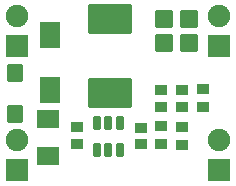
<source format=gts>
G04 Layer: TopSolderMaskLayer*
G04 EasyEDA Pro v2.2.37.7, 2025-06-16 05:36:05*
G04 Gerber Generator version 0.3*
G04 Scale: 100 percent, Rotated: No, Reflected: No*
G04 Dimensions in millimeters*
G04 Leading zeros omitted, absolute positions, 4 integers and 5 decimals*
%FSLAX45Y45*%
%MOMM*%
%AMRoundRect*1,1,$1,$2,$3*1,1,$1,$4,$5*1,1,$1,0-$2,0-$3*1,1,$1,0-$4,0-$5*20,1,$1,$2,$3,$4,$5,0*20,1,$1,$4,$5,0-$2,0-$3,0*20,1,$1,0-$2,0-$3,0-$4,0-$5,0*20,1,$1,0-$4,0-$5,$2,$3,0*4,1,4,$2,$3,$4,$5,0-$2,0-$3,0-$4,0-$5,$2,$3,0*%
%ADD10RoundRect,0.09549X-0.86705X-0.74556X-0.86705X0.74556*%
%ADD11RoundRect,0.09164X-0.45518X-0.40518X-0.45518X0.40518*%
%ADD12RoundRect,0.09495X0.67833X0.70833X0.67833X-0.70833*%
%ADD13RoundRect,0.09164X0.45518X0.40518X0.45518X-0.40518*%
%ADD14RoundRect,0.0963X0.81286X1.02604X0.81286X-1.02604*%
%ADD15RoundRect,0.0963X-0.81286X-1.02604X-0.81286X1.02604*%
%ADD16RoundRect,0.09459X-0.6037X-0.7037X-0.6037X0.7037*%
%ADD17C,1.902*%
%ADD18RoundRect,0.09681X-0.90259X-0.90259X-0.90259X0.90259*%
%ADD19RoundRect,0.09804X-1.81198X-1.21398X-1.81198X1.21398*%
%ADD20RoundRect,0.09138X-0.43712X-0.40835X-0.43712X0.40835*%
%ADD21RoundRect,0.08787X0.27307X-0.54307X-0.27307X-0.54307*%
G75*


G04 Pad Start*
G54D10*
G01X3911600Y-1263142D03*
G01X3911600Y-1581658D03*
G54D11*
G01X4150056Y-1335011D03*
G01X4150056Y-1475016D03*
G54D12*
G01X4887900Y-622300D03*
G01X4887900Y-422300D03*
G01X5103800Y-622300D03*
G01X5103800Y-422300D03*
G54D13*
G01X4699000Y-1479702D03*
G01X4699000Y-1339698D03*
G54D11*
G01X5041900Y-1022198D03*
G01X5041900Y-1162202D03*
G54D14*
G01X3923360Y-557009D03*
G54D15*
G01X3925240Y-1017791D03*
G54D16*
G01X3632200Y-1227607D03*
G01X3632200Y-880593D03*
G54D17*
G01X3644900Y-393700D03*
G54D18*
G01X3644900Y-647700D03*
G54D17*
G01X5359400Y-393700D03*
G54D18*
G01X5359400Y-647700D03*
G54D17*
G01X3644900Y-1447800D03*
G54D18*
G01X3644900Y-1701800D03*
G54D17*
G01X5359400Y-1447800D03*
G54D18*
G01X5359400Y-1701800D03*
G54D19*
G01X4432300Y-423799D03*
G01X4432300Y-1049401D03*
G54D20*
G01X5218836Y-1016000D03*
G01X5218836Y-1166673D03*
G01X5041900Y-1334364D03*
G01X5041900Y-1485036D03*
G01X4864100Y-1018591D03*
G01X4864100Y-1169264D03*
G01X4865221Y-1329687D03*
G01X4865221Y-1480360D03*
G54D21*
G01X4514596Y-1297330D03*
G01X4419600Y-1297330D03*
G01X4324604Y-1297330D03*
G01X4324604Y-1527150D03*
G01X4419600Y-1527150D03*
G01X4514596Y-1527150D03*
G04 Pad End*

M02*


</source>
